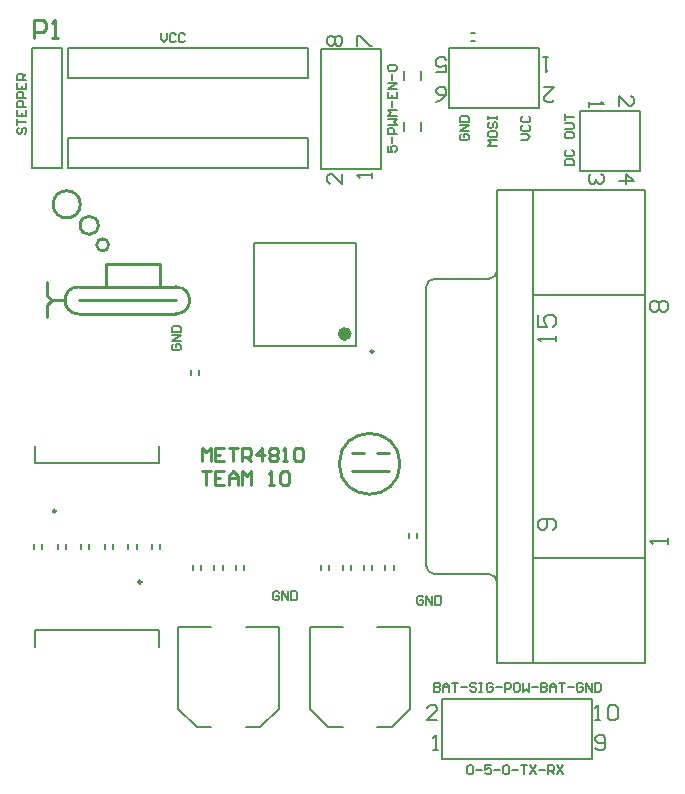
<source format=gto>
G04 Layer_Color=65535*
%FSLAX24Y24*%
%MOIN*%
G70*
G01*
G75*
%ADD20C,0.0100*%
%ADD30C,0.0098*%
%ADD31C,0.0079*%
%ADD32C,0.0236*%
%ADD33C,0.0050*%
%ADD34C,0.0080*%
%ADD35C,0.0059*%
D20*
X-19250Y14800D02*
G03*
X-19250Y13900I0J-450D01*
G01*
X-16000D02*
G03*
X-16000Y14800I0J450D01*
G01*
X-19193Y17550D02*
G03*
X-19193Y17550I-453J0D01*
G01*
X-18592Y16850D02*
G03*
X-18592Y16850I-304J0D01*
G01*
X-18246Y16200D02*
G03*
X-18246Y16200I-200J0D01*
G01*
X-8538Y8900D02*
G03*
X-8538Y8900I-1012J0D01*
G01*
X-19250Y13900D02*
X-16000D01*
X-19250Y14350D02*
X-16000D01*
X-20300Y13800D02*
Y14200D01*
X-20150Y14350D01*
X-20300Y14500D02*
Y14950D01*
Y14500D02*
X-20150Y14350D01*
X-19700D01*
X-18350Y15550D02*
X-16550D01*
X-18350Y14800D02*
Y15550D01*
X-16550Y14800D02*
Y15550D01*
X-19250Y14800D02*
X-16000D01*
X-10150Y9250D02*
X-9750D01*
X-9300D02*
X-8900D01*
X-10150Y8650D02*
X-8900D01*
X-15150Y8980D02*
Y9430D01*
X-15000Y9280D01*
X-14850Y9430D01*
Y8980D01*
X-14400Y9430D02*
X-14700D01*
Y8980D01*
X-14400D01*
X-14700Y9205D02*
X-14550D01*
X-14250Y9430D02*
X-13950D01*
X-14100D01*
Y8980D01*
X-13800D02*
Y9430D01*
X-13576D01*
X-13501Y9355D01*
Y9205D01*
X-13576Y9130D01*
X-13800D01*
X-13650D02*
X-13501Y8980D01*
X-13126D02*
Y9430D01*
X-13351Y9205D01*
X-13051D01*
X-12901Y9355D02*
X-12826Y9430D01*
X-12676D01*
X-12601Y9355D01*
Y9280D01*
X-12676Y9205D01*
X-12601Y9130D01*
Y9055D01*
X-12676Y8980D01*
X-12826D01*
X-12901Y9055D01*
Y9130D01*
X-12826Y9205D01*
X-12901Y9280D01*
Y9355D01*
X-12826Y9205D02*
X-12676D01*
X-12451Y8980D02*
X-12301D01*
X-12376D01*
Y9430D01*
X-12451Y9355D01*
X-12076D02*
X-12001Y9430D01*
X-11851D01*
X-11776Y9355D01*
Y9055D01*
X-11851Y8980D01*
X-12001D01*
X-12076Y9055D01*
Y9355D01*
X-15150Y8650D02*
X-14850D01*
X-15000D01*
Y8200D01*
X-14400Y8650D02*
X-14700D01*
Y8200D01*
X-14400D01*
X-14700Y8425D02*
X-14550D01*
X-14250Y8200D02*
Y8500D01*
X-14100Y8650D01*
X-13950Y8500D01*
Y8200D01*
Y8425D01*
X-14250D01*
X-13800Y8200D02*
Y8650D01*
X-13650Y8500D01*
X-13501Y8650D01*
Y8200D01*
X-12901D02*
X-12751D01*
X-12826D01*
Y8650D01*
X-12901Y8575D01*
X-12526D02*
X-12451Y8650D01*
X-12301D01*
X-12226Y8575D01*
Y8275D01*
X-12301Y8200D01*
X-12451D01*
X-12526Y8275D01*
Y8575D01*
X-20739Y23090D02*
Y23690D01*
X-20439D01*
X-20339Y23590D01*
Y23390D01*
X-20439Y23290D01*
X-20739D01*
X-20139Y23090D02*
X-19940D01*
X-20039D01*
Y23690D01*
X-20139Y23590D01*
D30*
X-17159Y4961D02*
G03*
X-17159Y4961I-49J0D01*
G01*
X-20006Y7326D02*
G03*
X-20006Y7326I-49J0D01*
G01*
X-9426Y12650D02*
G03*
X-9426Y12650I-49J0D01*
G01*
D31*
X-7662Y5504D02*
G03*
X-7389Y5231I274J0D01*
G01*
Y15069D02*
G03*
X-7662Y14796I0J-274D01*
G01*
X-5302Y4955D02*
G03*
X-5576Y5229I-274J0D01*
G01*
Y15071D02*
G03*
X-5302Y15345I0J274D01*
G01*
X-6179Y22988D02*
X-6021D01*
X-6179Y23263D02*
X-6021D01*
X-550Y18677D02*
Y20677D01*
X-2550D02*
X-550D01*
X-2550Y18677D02*
X-550D01*
X-2550D02*
Y20677D01*
X-7122Y-945D02*
X-2122D01*
X-7122Y1055D02*
X-2122D01*
X-7122Y-945D02*
Y1055D01*
X-2122Y-945D02*
Y1055D01*
X-10175Y5356D02*
Y5513D01*
X-10451Y5356D02*
Y5513D01*
X-9738Y5356D02*
Y5513D01*
X-9463Y5356D02*
Y5513D01*
X-8750Y5356D02*
Y5513D01*
X-9026Y5356D02*
Y5513D01*
X-7823Y19978D02*
Y20293D01*
X-8413Y19978D02*
Y20293D01*
X-20462Y6065D02*
Y6222D01*
X-20738Y6065D02*
Y6222D01*
X-8205Y738D02*
Y3474D01*
X-9308D02*
X-8205D01*
X-11552D02*
X-10449D01*
X-11552Y738D02*
Y3474D01*
X-9308Y128D02*
X-8815D01*
X-8205Y738D01*
X-11552D02*
X-10941Y128D01*
X-10449D01*
X-12577Y738D02*
Y3474D01*
X-13679D02*
X-12577D01*
X-15923D02*
X-14821D01*
X-15923Y738D02*
Y3474D01*
X-13679Y128D02*
X-13187D01*
X-12577Y738D01*
X-15923D02*
X-15313Y128D01*
X-14821D01*
X-19675Y6065D02*
Y6222D01*
X-19950Y6065D02*
Y6222D01*
X-18887Y6065D02*
Y6222D01*
X-19163Y6065D02*
Y6222D01*
X-16565Y2795D02*
Y3346D01*
X-20699D02*
X-16565D01*
X-20699Y2795D02*
Y3346D01*
X-16801Y6065D02*
Y6222D01*
X-16525Y6065D02*
Y6222D01*
X-17588Y6065D02*
Y6222D01*
X-17313Y6065D02*
Y6222D01*
X-19618Y22750D02*
X-11618D01*
X-19618Y21750D02*
Y22750D01*
Y21750D02*
X-11618D01*
Y22750D01*
X-19618Y19750D02*
X-11618D01*
X-19618Y18750D02*
Y19750D01*
Y18750D02*
X-11618D01*
Y19750D01*
X-18376Y6065D02*
Y6222D01*
X-18100Y6065D02*
Y6222D01*
X-20699Y8940D02*
Y9492D01*
Y8940D02*
X-16565D01*
Y9492D01*
X-5300Y18024D02*
X-379D01*
X-5300Y2276D02*
X-379D01*
X-7387Y15071D02*
X-5576D01*
X-7387Y5229D02*
X-5576D01*
X-7662Y5504D02*
Y14796D01*
X-379Y2276D02*
Y18024D01*
X-4119Y14536D02*
X-379D01*
X-5300Y2276D02*
Y18024D01*
X-4119Y5764D02*
X-379D01*
X-4119Y2276D02*
Y18024D01*
X-15438Y5356D02*
Y5513D01*
X-15162Y5356D02*
Y5513D01*
X-6900Y22750D02*
X-4983D01*
X-6900D02*
X-3900D01*
X-6900Y20750D02*
X-3900D01*
Y22750D01*
X-6900Y20750D02*
Y22750D01*
X-14450Y5356D02*
Y5513D01*
X-14725Y5356D02*
Y5513D01*
X-14013Y5356D02*
Y5513D01*
X-13737Y5356D02*
Y5513D01*
X-8413Y21693D02*
Y22007D01*
X-7823Y21693D02*
Y22007D01*
X-11168Y22743D02*
X-9168D01*
X-11168Y18743D02*
X-9168D01*
X-11168D02*
Y22743D01*
X-9168Y18743D02*
Y22743D01*
X-10888Y5356D02*
Y5513D01*
X-11163Y5356D02*
Y5513D01*
X-7962Y6440D02*
Y6598D01*
X-8238Y6440D02*
Y6598D01*
X-15242Y11871D02*
Y12029D01*
X-15518Y11871D02*
Y12029D01*
X-20797Y18750D02*
X-19797D01*
X-20797D02*
Y22750D01*
X-19797Y18750D02*
Y22750D01*
X-20797D02*
X-19797D01*
X-9987Y12837D02*
Y16263D01*
X-13413Y12837D02*
Y16263D01*
Y12837D02*
X-9987D01*
X-13413Y16263D02*
X-9987D01*
D32*
X-10263Y13231D02*
G03*
X-10263Y13231I-118J0D01*
G01*
D33*
X-16100Y12889D02*
X-16150Y12839D01*
Y12739D01*
X-16100Y12689D01*
X-15900D01*
X-15850Y12739D01*
Y12839D01*
X-15900Y12889D01*
X-16000D01*
Y12789D01*
X-15850Y12989D02*
X-16150D01*
X-15850Y13189D01*
X-16150D01*
Y13289D02*
X-15850D01*
Y13439D01*
X-15900Y13489D01*
X-16100D01*
X-16150Y13439D01*
Y13289D01*
X-21250Y20100D02*
X-21300Y20050D01*
Y19950D01*
X-21250Y19900D01*
X-21200D01*
X-21150Y19950D01*
Y20050D01*
X-21100Y20100D01*
X-21050D01*
X-21000Y20050D01*
Y19950D01*
X-21050Y19900D01*
X-21300Y20200D02*
Y20400D01*
Y20300D01*
X-21000D01*
X-21300Y20700D02*
Y20500D01*
X-21000D01*
Y20700D01*
X-21150Y20500D02*
Y20600D01*
X-21000Y20800D02*
X-21300D01*
Y20950D01*
X-21250Y21000D01*
X-21150D01*
X-21100Y20950D01*
Y20800D01*
X-21000Y21100D02*
X-21300D01*
Y21250D01*
X-21250Y21300D01*
X-21150D01*
X-21100Y21250D01*
Y21100D01*
X-21300Y21599D02*
Y21400D01*
X-21000D01*
Y21599D01*
X-21150Y21400D02*
Y21499D01*
X-21000Y21699D02*
X-21300D01*
Y21849D01*
X-21250Y21899D01*
X-21150D01*
X-21100Y21849D01*
Y21699D01*
Y21799D02*
X-21000Y21899D01*
X-3050Y18850D02*
X-2750D01*
Y19000D01*
X-2800Y19050D01*
X-3000D01*
X-3050Y19000D01*
Y18850D01*
X-3000Y19350D02*
X-3050Y19300D01*
Y19200D01*
X-3000Y19150D01*
X-2800D01*
X-2750Y19200D01*
Y19300D01*
X-2800Y19350D01*
X-3050Y19900D02*
Y19800D01*
X-3000Y19750D01*
X-2800D01*
X-2750Y19800D01*
Y19900D01*
X-2800Y19950D01*
X-3000D01*
X-3050Y19900D01*
Y20050D02*
X-2800D01*
X-2750Y20100D01*
Y20200D01*
X-2800Y20250D01*
X-3050D01*
Y20350D02*
Y20549D01*
Y20449D01*
X-2750D01*
X-4500Y19689D02*
X-4300D01*
X-4200Y19789D01*
X-4300Y19889D01*
X-4500D01*
X-4450Y20189D02*
X-4500Y20139D01*
Y20039D01*
X-4450Y19989D01*
X-4250D01*
X-4200Y20039D01*
Y20139D01*
X-4250Y20189D01*
X-4450Y20489D02*
X-4500Y20439D01*
Y20339D01*
X-4450Y20289D01*
X-4250D01*
X-4200Y20339D01*
Y20439D01*
X-4250Y20489D01*
X-5300Y19489D02*
X-5600D01*
X-5500Y19589D01*
X-5600Y19689D01*
X-5300D01*
X-5600Y19939D02*
Y19839D01*
X-5550Y19789D01*
X-5350D01*
X-5300Y19839D01*
Y19939D01*
X-5350Y19989D01*
X-5550D01*
X-5600Y19939D01*
X-5550Y20289D02*
X-5600Y20239D01*
Y20139D01*
X-5550Y20089D01*
X-5500D01*
X-5450Y20139D01*
Y20239D01*
X-5400Y20289D01*
X-5350D01*
X-5300Y20239D01*
Y20139D01*
X-5350Y20089D01*
X-5600Y20389D02*
Y20489D01*
Y20439D01*
X-5300D01*
Y20389D01*
Y20489D01*
X-6500Y19889D02*
X-6550Y19839D01*
Y19739D01*
X-6500Y19689D01*
X-6300D01*
X-6250Y19739D01*
Y19839D01*
X-6300Y19889D01*
X-6400D01*
Y19789D01*
X-6250Y19989D02*
X-6550D01*
X-6250Y20189D01*
X-6550D01*
Y20289D02*
X-6250D01*
Y20439D01*
X-6300Y20489D01*
X-6500D01*
X-6550Y20439D01*
Y20289D01*
X-8950Y19500D02*
Y19300D01*
X-8800D01*
X-8850Y19400D01*
Y19450D01*
X-8800Y19500D01*
X-8700D01*
X-8650Y19450D01*
Y19350D01*
X-8700Y19300D01*
X-8800Y19600D02*
Y19800D01*
X-8650Y19900D02*
X-8950D01*
Y20050D01*
X-8900Y20100D01*
X-8800D01*
X-8750Y20050D01*
Y19900D01*
X-8950Y20200D02*
X-8650D01*
X-8750Y20300D01*
X-8650Y20400D01*
X-8950D01*
X-8650Y20500D02*
X-8950D01*
X-8850Y20600D01*
X-8950Y20700D01*
X-8650D01*
X-8800Y20800D02*
Y20999D01*
X-8950Y21299D02*
Y21099D01*
X-8650D01*
Y21299D01*
X-8800Y21099D02*
Y21199D01*
X-8650Y21399D02*
X-8950D01*
X-8650Y21599D01*
X-8950D01*
X-8800Y21699D02*
Y21899D01*
X-8900Y21999D02*
X-8950Y22049D01*
Y22149D01*
X-8900Y22199D01*
X-8700D01*
X-8650Y22149D01*
Y22049D01*
X-8700Y21999D01*
X-8900D01*
X-16511Y23250D02*
Y23050D01*
X-16411Y22950D01*
X-16311Y23050D01*
Y23250D01*
X-16011Y23200D02*
X-16061Y23250D01*
X-16161D01*
X-16211Y23200D01*
Y23000D01*
X-16161Y22950D01*
X-16061D01*
X-16011Y23000D01*
X-15711Y23200D02*
X-15761Y23250D01*
X-15861D01*
X-15911Y23200D01*
Y23000D01*
X-15861Y22950D01*
X-15761D01*
X-15711Y23000D01*
X-7761Y4450D02*
X-7811Y4500D01*
X-7911D01*
X-7961Y4450D01*
Y4250D01*
X-7911Y4200D01*
X-7811D01*
X-7761Y4250D01*
Y4350D01*
X-7861D01*
X-7661Y4200D02*
Y4500D01*
X-7461Y4200D01*
Y4500D01*
X-7361D02*
Y4200D01*
X-7211D01*
X-7161Y4250D01*
Y4450D01*
X-7211Y4500D01*
X-7361D01*
X-12561Y4600D02*
X-12611Y4650D01*
X-12711D01*
X-12761Y4600D01*
Y4400D01*
X-12711Y4350D01*
X-12611D01*
X-12561Y4400D01*
Y4500D01*
X-12661D01*
X-12461Y4350D02*
Y4650D01*
X-12261Y4350D01*
Y4650D01*
X-12161D02*
Y4350D01*
X-12011D01*
X-11961Y4400D01*
Y4600D01*
X-12011Y4650D01*
X-12161D01*
X-6300Y-1200D02*
X-6250Y-1150D01*
X-6150D01*
X-6100Y-1200D01*
Y-1400D01*
X-6150Y-1450D01*
X-6250D01*
X-6300Y-1400D01*
Y-1200D01*
X-6000Y-1300D02*
X-5800D01*
X-5500Y-1150D02*
X-5700D01*
Y-1300D01*
X-5600Y-1250D01*
X-5550D01*
X-5500Y-1300D01*
Y-1400D01*
X-5550Y-1450D01*
X-5650D01*
X-5700Y-1400D01*
X-5400Y-1300D02*
X-5200D01*
X-5100Y-1200D02*
X-5050Y-1150D01*
X-4950D01*
X-4900Y-1200D01*
Y-1400D01*
X-4950Y-1450D01*
X-5050D01*
X-5100Y-1400D01*
Y-1200D01*
X-4800Y-1300D02*
X-4601D01*
X-4501Y-1150D02*
X-4301D01*
X-4401D01*
Y-1450D01*
X-4201Y-1150D02*
X-4001Y-1450D01*
Y-1150D02*
X-4201Y-1450D01*
X-3901Y-1300D02*
X-3701D01*
X-3601Y-1450D02*
Y-1150D01*
X-3451D01*
X-3401Y-1200D01*
Y-1300D01*
X-3451Y-1350D01*
X-3601D01*
X-3501D02*
X-3401Y-1450D01*
X-3301Y-1150D02*
X-3101Y-1450D01*
Y-1150D02*
X-3301Y-1450D01*
X-7400Y1600D02*
Y1300D01*
X-7250D01*
X-7200Y1350D01*
Y1400D01*
X-7250Y1450D01*
X-7400D01*
X-7250D01*
X-7200Y1500D01*
Y1550D01*
X-7250Y1600D01*
X-7400D01*
X-7100Y1300D02*
Y1500D01*
X-7000Y1600D01*
X-6900Y1500D01*
Y1300D01*
Y1450D01*
X-7100D01*
X-6800Y1600D02*
X-6600D01*
X-6700D01*
Y1300D01*
X-6500Y1450D02*
X-6300D01*
X-6000Y1550D02*
X-6050Y1600D01*
X-6150D01*
X-6200Y1550D01*
Y1500D01*
X-6150Y1450D01*
X-6050D01*
X-6000Y1400D01*
Y1350D01*
X-6050Y1300D01*
X-6150D01*
X-6200Y1350D01*
X-5900Y1600D02*
X-5801D01*
X-5850D01*
Y1300D01*
X-5900D01*
X-5801D01*
X-5451Y1550D02*
X-5501Y1600D01*
X-5601D01*
X-5651Y1550D01*
Y1350D01*
X-5601Y1300D01*
X-5501D01*
X-5451Y1350D01*
Y1450D01*
X-5551D01*
X-5351D02*
X-5151D01*
X-5051Y1300D02*
Y1600D01*
X-4901D01*
X-4851Y1550D01*
Y1450D01*
X-4901Y1400D01*
X-5051D01*
X-4601Y1600D02*
X-4701D01*
X-4751Y1550D01*
Y1350D01*
X-4701Y1300D01*
X-4601D01*
X-4551Y1350D01*
Y1550D01*
X-4601Y1600D01*
X-4451D02*
Y1300D01*
X-4351Y1400D01*
X-4251Y1300D01*
Y1600D01*
X-4151Y1450D02*
X-3951D01*
X-3851Y1600D02*
Y1300D01*
X-3701D01*
X-3651Y1350D01*
Y1400D01*
X-3701Y1450D01*
X-3851D01*
X-3701D01*
X-3651Y1500D01*
Y1550D01*
X-3701Y1600D01*
X-3851D01*
X-3551Y1300D02*
Y1500D01*
X-3451Y1600D01*
X-3351Y1500D01*
Y1300D01*
Y1450D01*
X-3551D01*
X-3251Y1600D02*
X-3051D01*
X-3151D01*
Y1300D01*
X-2951Y1450D02*
X-2752D01*
X-2452Y1550D02*
X-2502Y1600D01*
X-2602D01*
X-2652Y1550D01*
Y1350D01*
X-2602Y1300D01*
X-2502D01*
X-2452Y1350D01*
Y1450D01*
X-2552D01*
X-2352Y1300D02*
Y1600D01*
X-2152Y1300D01*
Y1600D01*
X-2052D02*
Y1300D01*
X-1902D01*
X-1852Y1350D01*
Y1550D01*
X-1902Y1600D01*
X-2052D01*
D34*
X-2250Y20977D02*
Y20810D01*
Y20893D01*
X-1750D01*
X-1833Y20977D01*
X-1250Y20843D02*
Y21177D01*
X-917Y20843D01*
X-833D01*
X-750Y20927D01*
Y21093D01*
X-833Y21177D01*
X-1250Y18327D02*
X-750D01*
X-1000Y18577D01*
Y18243D01*
X-1833Y18577D02*
X-1750Y18493D01*
Y18327D01*
X-1833Y18243D01*
X-1917D01*
X-2000Y18327D01*
Y18410D01*
Y18327D01*
X-2083Y18243D01*
X-2167D01*
X-2250Y18327D01*
Y18493D01*
X-2167Y18577D01*
X-2022Y355D02*
X-1855D01*
X-1938D01*
Y855D01*
X-2022Y772D01*
X-1605D02*
X-1522Y855D01*
X-1355D01*
X-1272Y772D01*
Y438D01*
X-1355Y355D01*
X-1522D01*
X-1605Y438D01*
Y772D01*
X-2022Y-562D02*
X-1938Y-645D01*
X-1772D01*
X-1688Y-562D01*
Y-228D01*
X-1772Y-145D01*
X-1938D01*
X-2022Y-228D01*
Y-312D01*
X-1938Y-395D01*
X-1688D01*
X-7422Y-645D02*
X-7255D01*
X-7338D01*
Y-145D01*
X-7422Y-228D01*
X-7288Y355D02*
X-7622D01*
X-7288Y688D01*
Y772D01*
X-7372Y855D01*
X-7538D01*
X-7622Y772D01*
X-3600Y22450D02*
X-3767D01*
X-3683D01*
Y21950D01*
X-3600Y22033D01*
X-3733Y21450D02*
X-3400D01*
X-3733Y21117D01*
Y21033D01*
X-3650Y20950D01*
X-3483D01*
X-3400Y21033D01*
X-7333Y21950D02*
X-7000D01*
Y22200D01*
X-7167Y22117D01*
X-7250D01*
X-7333Y22200D01*
Y22367D01*
X-7250Y22450D01*
X-7083D01*
X-7000Y22367D01*
X-7333Y20950D02*
X-7167Y21033D01*
X-7000Y21200D01*
Y21367D01*
X-7083Y21450D01*
X-7250D01*
X-7333Y21367D01*
Y21283D01*
X-7250Y21200D01*
X-7000D01*
X-10885Y22843D02*
X-10968Y22927D01*
Y23093D01*
X-10885Y23177D01*
X-10801D01*
X-10718Y23093D01*
X-10635Y23177D01*
X-10551D01*
X-10468Y23093D01*
Y22927D01*
X-10551Y22843D01*
X-10635D01*
X-10718Y22927D01*
X-10801Y22843D01*
X-10885D01*
X-10718Y22927D02*
Y23093D01*
X-9968Y22843D02*
Y23177D01*
X-9885D01*
X-9551Y22843D01*
X-9468D01*
Y18443D02*
Y18610D01*
Y18527D01*
X-9968D01*
X-9885Y18443D01*
X-10468Y18577D02*
Y18243D01*
X-10801Y18577D01*
X-10885D01*
X-10968Y18493D01*
Y18327D01*
X-10885Y18243D01*
D35*
X399Y6235D02*
Y6431D01*
Y6333D01*
X-192D01*
X-93Y6235D01*
Y13950D02*
X-192Y14048D01*
Y14245D01*
X-93Y14344D01*
X5D01*
X104Y14245D01*
X202Y14344D01*
X300D01*
X399Y14245D01*
Y14048D01*
X300Y13950D01*
X202D01*
X104Y14048D01*
X5Y13950D01*
X-93D01*
X104Y14048D02*
Y14245D01*
X-3341Y12979D02*
Y13176D01*
Y13077D01*
X-3932D01*
X-3833Y12979D01*
X-3932Y13864D02*
Y13471D01*
X-3637D01*
X-3735Y13667D01*
Y13766D01*
X-3637Y13864D01*
X-3440D01*
X-3341Y13766D01*
Y13569D01*
X-3440Y13471D01*
Y6682D02*
X-3341Y6780D01*
Y6977D01*
X-3440Y7075D01*
X-3833D01*
X-3932Y6977D01*
Y6780D01*
X-3833Y6682D01*
X-3735D01*
X-3637Y6780D01*
Y7075D01*
M02*

</source>
